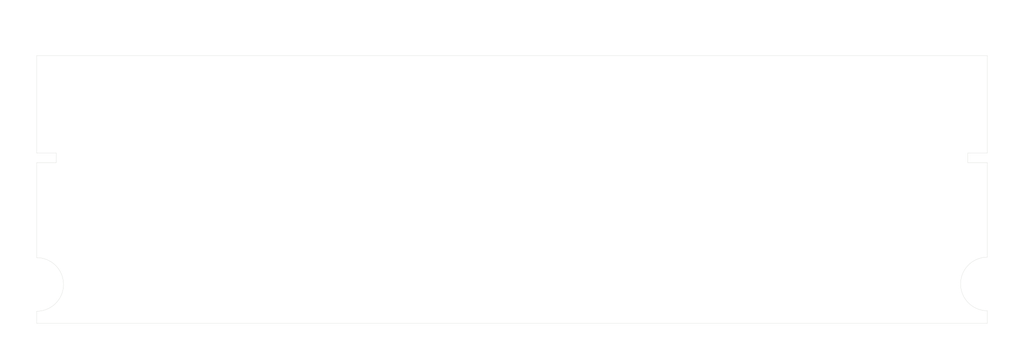
<source format=kicad_pcb>
(kicad_pcb
	(version 20240108)
	(generator "pcbnew")
	(generator_version "8.0")
	(general
		(thickness 1.6)
		(legacy_teardrops no)
	)
	(paper "A4")
	(layers
		(0 "F.Cu" signal)
		(31 "B.Cu" signal)
		(32 "B.Adhes" user "B.Adhesive")
		(33 "F.Adhes" user "F.Adhesive")
		(34 "B.Paste" user)
		(35 "F.Paste" user)
		(36 "B.SilkS" user "B.Silkscreen")
		(37 "F.SilkS" user "F.Silkscreen")
		(38 "B.Mask" user)
		(39 "F.Mask" user)
		(40 "Dwgs.User" user "User.Drawings")
		(41 "Cmts.User" user "User.Comments")
		(42 "Eco1.User" user "User.Eco1")
		(43 "Eco2.User" user "User.Eco2")
		(44 "Edge.Cuts" user)
		(45 "Margin" user)
		(46 "B.CrtYd" user "B.Courtyard")
		(47 "F.CrtYd" user "F.Courtyard")
		(48 "B.Fab" user)
		(49 "F.Fab" user)
		(50 "User.1" user)
		(51 "User.2" user)
		(52 "User.3" user)
		(53 "User.4" user)
		(54 "User.5" user)
		(55 "User.6" user)
		(56 "User.7" user)
		(57 "User.8" user)
		(58 "User.9" user)
	)
	(setup
		(pad_to_mask_clearance 0)
		(allow_soldermask_bridges_in_footprints no)
		(pcbplotparams
			(layerselection 0x00010fc_ffffffff)
			(plot_on_all_layers_selection 0x0000000_00000000)
			(disableapertmacros no)
			(usegerberextensions no)
			(usegerberattributes yes)
			(usegerberadvancedattributes yes)
			(creategerberjobfile yes)
			(dashed_line_dash_ratio 12.000000)
			(dashed_line_gap_ratio 3.000000)
			(svgprecision 4)
			(plotframeref no)
			(viasonmask no)
			(mode 1)
			(useauxorigin no)
			(hpglpennumber 1)
			(hpglpenspeed 20)
			(hpglpendiameter 15.000000)
			(pdf_front_fp_property_popups yes)
			(pdf_back_fp_property_popups yes)
			(dxfpolygonmode yes)
			(dxfimperialunits yes)
			(dxfusepcbnewfont yes)
			(psnegative no)
			(psa4output no)
			(plotreference yes)
			(plotvalue yes)
			(plotfptext yes)
			(plotinvisibletext no)
			(sketchpadsonfab no)
			(subtractmaskfromsilk no)
			(outputformat 1)
			(mirror no)
			(drillshape 1)
			(scaleselection 1)
			(outputdirectory "")
		)
	)
	(net 0 "")
	(gr_line
		(start 238.5 110.8)
		(end 242.5 110.8)
		(stroke
			(width 0.05)
			(type default)
		)
		(layer "Edge.Cuts")
		(uuid "0100036c-3cab-4c01-99c7-ffa07d3840b2")
	)
	(gr_line
		(start 242.5 143.8)
		(end 242.5 141.2)
		(stroke
			(width 0.05)
			(type default)
		)
		(layer "Edge.Cuts")
		(uuid "0735a774-2048-4515-b505-c1976a5824fd")
	)
	(gr_arc
		(start 47.5 130.3)
		(mid 53 135.8)
		(end 47.5 141.3)
		(stroke
			(width 0.05)
			(type default)
		)
		(layer "Edge.Cuts")
		(uuid "10752da9-98d4-4c69-9b60-ea33df38d045")
	)
	(gr_line
		(start 51.5 108.8)
		(end 51.5 110.8)
		(stroke
			(width 0.05)
			(type default)
		)
		(layer "Edge.Cuts")
		(uuid "13c438e4-3c63-477a-9258-fa60eefed97a")
	)
	(gr_line
		(start 47.5 143.8)
		(end 242.5 143.8)
		(stroke
			(width 0.05)
			(type default)
		)
		(layer "Edge.Cuts")
		(uuid "7aecd748-9bfd-47ac-a29c-41c81b282f94")
	)
	(gr_line
		(start 47.5 110.8)
		(end 47.5 130.3)
		(stroke
			(width 0.05)
			(type default)
		)
		(layer "Edge.Cuts")
		(uuid "84791ff0-a00b-4092-b91c-308662ed7d13")
	)
	(gr_line
		(start 47.5 110.8)
		(end 51.5 110.8)
		(stroke
			(width 0.05)
			(type default)
		)
		(layer "Edge.Cuts")
		(uuid "8d0bd2e4-36b0-46e1-9697-5d63f089edcc")
	)
	(gr_line
		(start 47.5 108.8)
		(end 51.5 108.8)
		(stroke
			(width 0.05)
			(type default)
		)
		(layer "Edge.Cuts")
		(uuid "92973cd3-cb63-468a-806c-47f2082b2275")
	)
	(gr_arc
		(start 242.5 141.2)
		(mid 237 135.7)
		(end 242.5 130.2)
		(stroke
			(width 0.05)
			(type default)
		)
		(layer "Edge.Cuts")
		(uuid "92a49133-f3ce-4d32-b483-eb327c737e5d")
	)
	(gr_line
		(start 242.5 110.8)
		(end 242.5 130.2)
		(stroke
			(width 0.05)
			(type default)
		)
		(layer "Edge.Cuts")
		(uuid "ad8278b5-2cee-4a11-8b45-648f6b5ac88c")
	)
	(gr_line
		(start 47.5 88.8)
		(end 242.5 88.8)
		(stroke
			(width 0.05)
			(type default)
		)
		(layer "Edge.Cuts")
		(uuid "b011f309-3406-47ee-94ea-ed96ac32b3c4")
	)
	(gr_line
		(start 238.5 108.8)
		(end 242.5 108.8)
		(stroke
			(width 0.05)
			(type default)
		)
		(layer "Edge.Cuts")
		(uuid "cc85969c-a2e6-4b72-868a-65dcb8a06814")
	)
	(gr_line
		(start 47.5 143.8)
		(end 47.5 141.3)
		(stroke
			(width 0.05)
			(type default)
		)
		(layer "Edge.Cuts")
		(uuid "d5645a2c-652e-48c0-a66a-83e1f13b1793")
	)
	(gr_line
		(start 242.5 108.8)
		(end 242.5 88.8)
		(stroke
			(width 0.05)
			(type default)
		)
		(layer "Edge.Cuts")
		(uuid "dd75c8ab-7c54-4656-8377-17f2eeffc187")
	)
	(gr_line
		(start 238.5 108.8)
		(end 238.5 110.8)
		(stroke
			(width 0.05)
			(type default)
		)
		(layer "Edge.Cuts")
		(uuid "ee3617dc-cd01-46b8-ac42-773f59953ba7")
	)
	(gr_line
		(start 47.5 108.8)
		(end 47.5 88.8)
		(stroke
			(width 0.05)
			(type default)
		)
		(layer "Edge.Cuts")
		(uuid "f0dab26d-70dd-4052-9508-6a8d261b1360")
	)
	(gr_circle
		(center 217.599999 132.698967)
		(end 211.6 132.698967)
		(stroke
			(width 0.1)
			(type default)
		)
		(fill none)
		(layer "User.1")
		(uuid "02d92440-bd09-4cf5-a109-355dece76307")
	)
	(gr_circle
		(center 226 82.398967)
		(end 228.1 82.398967)
		(stroke
			(width 0.05)
			(type default)
		)
		(fill none)
		(layer "User.1")
		(uuid "0dba0b2a-0307-44f1-ad76-9ac53ecd40c9")
	)
	(gr_circle
		(center 186.1 103.298967)
		(end 192.1 103.298967)
		(stroke
			(width 0.1)
			(type default)
		)
		(fill none)
		(layer "User.1")
		(uuid "14559207-7738-469f-a222-57b88860a461")
	)
	(gr_line
		(start 77.6 116.798967)
		(end 60.6 116.798967)
		(stroke
			(width 0.05)
			(type default)
		)
		(layer "User.1")
		(uuid "19a8edab-e1ca-4f5b-8e75-32a9c5ca139c")
	)
	(gr_line
		(start 106 125.398967)
		(end 106 140.398967)
		(stroke
			(width 0.05)
			(type default)
		)
		(layer "User.1")
		(uuid "2053dab2-9883-4d6d-8128-d066b61d9aad")
	)
	(gr_circle
		(center 54.25 111.798967)
		(end 60.25 111.798967)
		(stroke
			(width 0.1)
			(type default)
		)
		(fill none)
		(layer "User.1")
		(uuid "21506787-3d3e-4497-9f1f-efc78270c849")
	)
	(gr_line
		(start 242.3 117.598967)
		(end 240.35 121.498967)
		(stroke
			(width 0.05)
			(type default)
		)
		(layer "User.1")
		(uuid "21f2fe3a-2f0a-4837-b37d-2682a32c3383")
	)
	(gr_line
		(start 226.000001 82.398967)
		(end 226.000001 77.398967)
		(stroke
			(width 0.05)
			(type default)
		)
		(layer "User.1")
		(uuid "29f417e5-4c41-44e3-b8b2-cdaabc31ea06")
	)
	(gr_line
		(start 47.4 135.698967)
		(end 47.421251 82.370064)
		(stroke
			(width 0.05)
			(type default)
		)
		(layer "User.1")
		(uuid "2ccce9ce-ac65-4e8f-a1f9-b54f9f40813a")
	)
	(gr_line
		(start 60.6 125.398967)
		(end 229.6 125.398967)
		(stroke
			(width 0.05)
			(type default)
		)
		(layer "User.1")
		(uuid "335dc63a-66a3-4232-9d1c-906ae8d1074b")
	)
	(gr_circle
		(center 86.2 132.698967)
		(end 80.2 132.698967)
		(stroke
			(width 0.1)
			(type default)
		)
		(fill none)
		(layer "User.1")
		(uuid "41368446-2220-4e01-8119-8876ea7d37cf")
	)
	(gr_circle
		(center 115.399999 132.698967)
		(end 109.399999 132.698967)
		(stroke
			(width 0.1)
			(type default)
		)
		(fill none)
		(layer "User.1")
		(uuid "41c0f68c-472c-442d-a884-977a42a1e4dd")
	)
	(gr_circle
		(center 104.1 103.298967)
		(end 110.1 103.298967)
		(stroke
			(width 0.1)
			(type default)
		)
		(fill none)
		(layer "User.1")
		(uuid "480e56e0-4503-413a-b5f3-b4d3eacf33e0")
	)
	(gr_circle
		(center 235.95 97.498967)
		(end 241.95 97.498967)
		(stroke
			(width 0.1)
			(type default)
		)
		(fill none)
		(layer "User.1")
		(uuid "4d17efe1-4272-4138-8155-86f805aff378")
	)
	(gr_line
		(start 242.6 135.698967)
		(end 242.621251 82.370064)
		(stroke
			(width 0.05)
			(type default)
		)
		(layer "User.1")
		(uuid "5256bc5b-1e51-4b5c-b21e-a836373eb1af")
	)
	(gr_line
		(start 172 125.398967)
		(end 172 140.398967)
		(stroke
			(width 0.05)
			(type default)
		)
		(layer "User.1")
		(uuid "529f601c-3586-4650-94ac-a9774a98c181")
	)
	(gr_line
		(start 60.6 89.798967)
		(end 60.6 121.498967)
		(stroke
			(width 0.05)
			(type default)
		)
		(layer "User.1")
		(uuid "54c8f0e6-efbd-47a5-b782-202ed4a78ec3")
	)
	(gr_line
		(start 64 77.398967)
		(end 64 82.398967)
		(stroke
			(width 0.05)
			(type default)
		)
		(layer "User.1")
		(uuid "569b5d88-d4da-4ad6-9f9b-464f7c8e59c2")
	)
	(gr_line
		(start 77.6 89.798967)
		(end 77.6 116.798967)
		(stroke
			(width 0.05)
			(type default)
		)
		(layer "User.1")
		(uuid "57717c95-9339-45c0-99b7-a3fb975c21e3")
	)
	(gr_circle
		(center 151.3 97.398967)
		(end 152.6 97.398967)
		(stroke
			(width 0.1)
			(type default)
		)
		(fill none)
		(layer "User.1")
		(uuid "59be8235-a0cd-440d-80e0-501f266560b3")
	)
	(gr_line
		(start 242.6 135.698967)
		(end 242.6 147.398967)
		(stroke
			(width 0.05)
			(type default)
		)
		(layer "User.1")
		(uuid "59cbfdec-59fd-49f7-ac36-a75284ba5df0")
	)
	(gr_circle
		(center 203 132.698967)
		(end 197 132.698967)
		(stroke
			(width 0.1)
			(type default)
		)
		(fill none)
		(layer "User.1")
		(uuid "5e086d1f-8fe2-4247-ba54-ad12129a6e4b")
	)
	(gr_line
		(start 226 82.398967)
		(end 249.999998 82.398967)
		(stroke
			(width 0.05)
			(type default)
		)
		(layer "User.1")
		(uuid "5ed1264f-07c4-42a3-90be-9b31d5d0366c")
	)
	(gr_circle
		(center 145.1 103.298967)
		(end 151.1 103.298967)
		(stroke
			(width 0.1)
			(type default)
		)
		(fill none)
		(layer "User.1")
		(uuid "6124fba0-dad1-4a3a-a425-ed316b929f08")
	)
	(gr_line
		(start 64 82.398967)
		(end 226.000001 82.398967)
		(stroke
			(width 0.05)
			(type default)
		)
		(layer "User.1")
		(uuid "653d1359-fb4b-4a29-b203-39d9b68f66ab")
	)
	(gr_line
		(start 60.6 121.498967)
		(end 49.85 121.498967)
		(stroke
			(width 0.05)
			(type default)
		)
		(layer "User.1")
		(uuid "67e579da-01b0-4c72-8048-a625b75afbc8")
	)
	(gr_line
		(start 77.6 89.798967)
		(end 60.6 89.798967)
		(stroke
			(width 0.05)
			(type default)
		)
		(layer "User.1")
		(uuid "6af8e03d-8a6b-4d62-8f29-c71bc011022a")
	)
	(gr_line
		(start 40 135.698967)
		(end 47.4 135.7)
		(stroke
			(width 0.05)
			(type default)
		)
		(layer "User.1")
		(uuid "6c6fb552-a66a-47cf-8fb2-a9bcc43d8f72")
	)
	(gr_line
		(start 47.9 89.798967)
		(end 47.9 117.598967)
		(stroke
			(width 0.05)
			(type default)
		)
		(layer "User.1")
		(uuid "6e043a5e-14ce-479f-8bbb-1a1a429f9593")
	)
	(gr_circle
		(center 71.6 132.698967)
		(end 77.6 132.698967)
		(stroke
			(width 0.1)
			(type default)
		)
		(fill none)
		(layer "User.1")
		(uuid "6e575363-1eae-4fab-a0c7-90891fd6b517")
	)
	(gr_line
		(start 40 147.398967)
		(end 250 147.398967)
		(stroke
			(width 0.05)
			(type default)
		)
		(layer "User.1")
		(uuid "6f7d49f9-89a1-4a42-aa18-8108a84711f2")
	)
	(gr_circle
		(center 100.799999 132.698967)
		(end 106.799998 132.698967)
		(stroke
			(width 0.1)
			(type default)
		)
		(fill none)
		(layer "User.1")
		(uuid "7255c2c4-3ce6-4b55-9483-e49b6c3f19c2")
	)
	(gr_circle
		(center 235.95 111.798967)
		(end 241.95 111.798967)
		(stroke
			(width 0.1)
			(type default)
		)
		(fill none)
		(layer "User.1")
		(uuid "76012c37-2a69-438b-961d-3144d520eccd")
	)
	(gr_circle
		(center 47.4 135.7)
		(end 49.5 135.7)
		(stroke
			(width 0.05)
			(type default)
		)
		(fill none)
		(layer "User.1")
		(uuid "782c9a90-8f75-4074-bea0-1ef353d913e4")
	)
	(gr_line
		(start 60.6 89.798967)
		(end 47.9 89.798967)
		(stroke
			(width 0.05)
			(type default)
		)
		(layer "User.1")
		(uuid "78aa8010-9412-478a-837c-8f3f93a998e5")
	)
	(gr_circle
		(center 159.199998 132.698967)
		(end 165.199998 132.698967)
		(stroke
			(width 0.1)
			(type default)
		)
		(fill none)
		(layer "User.1")
		(uuid "7c161cca-9525-4d77-8875-ee45d5f46c55")
	)
	(gr_line
		(start 47.4 135.698967)
		(end 242.6 135.698967)
		(stroke
			(width 0.05)
			(type default)
		)
		(layer "User.1")
		(uuid "7d3619e6-c428-41cf-ad77-574dd2d2ed45")
	)
	(gr_line
		(start 242.3 89.798967)
		(end 242.3 117.598967)
		(stroke
			(width 0.05)
			(type default)
		)
		(layer "User.1")
		(uuid "7df0295c-ed38-487e-b1a9-fe31988ae89e")
	)
	(gr_circle
		(center 129.999999 132.698967)
		(end 135.999998 132.698967)
		(stroke
			(width 0.1)
			(type default)
		)
		(fill none)
		(layer "User.1")
		(uuid "7ea15a5b-b40c-4e39-b117-a9e0a5518665")
	)
	(gr_line
		(start 47.9 117.598967)
		(end 49.85 121.498967)
		(stroke
			(width 0.05)
			(type default)
		)
		(layer "User.1")
		(uuid "83ace98e-3f83-4bc1-bd5e-698081e73a9b")
	)
	(gr_line
		(start 212.6 89.798967)
		(end 212.6 116.798967)
		(stroke
			(width 0.05)
			(type default)
		)
		(layer "User.1")
		(uuid "84b199fc-f07e-45b1-8837-88a5ce3bf85c")
	)
	(gr_line
		(start 77.6 103.298967)
		(end 212.6 103.298967)
		(stroke
			(width 0.02)
			(type default)
		)
		(layer "User.1")
		(uuid "86a22918-0ea8-4f6a-a980-91906f5845a4")
	)
	(gr_line
		(start 229.6 116.798967)
		(end 212.6 116.798967)
		(stroke
			(width 0.05)
			(type default)
		)
		(layer "User.1")
		(uuid "86dbcd39-ee9e-4775-a61b-c007d9ec02a5")
	)
	(gr_line
		(start 103.6 125.398967)
		(end 103.6 140.398967)
		(stroke
			(width 0.05)
			(type default)
		)
		(layer "User.1")
		(uuid "91df37a8-7a3e-49a4-b6a8-8232f4960823")
	)
	(gr_line
		(start 229.6 89.798967)
		(end 229.6 121.498967)
		(stroke
			(width 0.05)
			(type default)
		)
		(layer "User.1")
		(uuid "963abce4-7bbb-479a-aa11-da79103d1972")
	)
	(gr_line
		(start 64 82.398967)
		(end 64.021251 135.670064)
		(stroke
			(width 0.05)
			(type default)
		)
		(layer "User.1")
		(uuid "9a25c08d-5aa1-479d-8ae7-7e0a6663245a")
	)
	(gr_line
		(start 242.3 89.798967)
		(end 229.6 89.798967)
		(stroke
			(width 0.05)
			(type default)
		)
		(layer "User.1")
		(uuid "9f3ef689-0650-45bc-85dd-7385782fc4f1")
	)
	(gr_circle
		(center 144.599999 132.698967)
		(end 150.599998 132.698967)
		(stroke
			(width 0.1)
			(type default)
		)
		(fill none)
		(layer "User.1")
		(uuid "a26fd596-a439-442c-a099-1d33781c6b0c")
	)
	(gr_line
		(start 77.6 89.798967)
		(end 212.6 89.798967)
		(stroke
			(width 0.05)
			(type default)
		)
		(layer "User.1")
		(uuid "a2ac9bee-c5fa-48a3-8c14-b24db84a0dc4")
	)
	(gr_circle
		(center 188.4 132.698967)
		(end 182.4 132.698967)
		(stroke
			(width 0.1)
			(type default)
		)
		(fill none)
		(layer "User.1")
		(uuid "a32178c2-d3d8-4c16-a4f6-382e13150ed1")
	)
	(gr_line
		(start 229.6 89.798967)
		(end 229.6 116.798967)
		(stroke
			(width 0.05)
			(type default)
		)
		(layer "User.1")
		(uuid "afa3e486-95cb-4ca9-9b6a-66e3888bd46f")
	)
	(gr_line
		(start 47.4 135.698967)
		(end 47.4 147.398967)
		(stroke
			(width 0.05)
			(type default)
		)
		(layer "User.1")
		(uuid "b21782a8-3711-4049-87f8-b6fae0ce4878")
	)
	(gr_line
		(start 250 77.398967)
		(end 40 77.398967)
		(stroke
			(width 0.05)
			(type default)
		)
		(layer "User.1")
		(uuid "b516f1cf-bfcd-455d-bd2f-e7aa779eaaae")
	)
	(gr_line
		(start 64 82.398967)
		(end 40 82.398967)
		(stroke
			(width 0.05)
			(type default)
		)
		(layer "User.1")
		(uuid "b78ec5cd-8482-4ba1-8e36-74d2e7c7ed77")
	)
	(gr_line
		(start 60.6 140.398967)
		(end 229.6 140.398967)
		(stroke
			(width 0.05)
			(type default)
		)
		(layer "User.1")
		(uuid "b87649fc-bd26-4f20-af2a-a2b0cebdd9e0")
	)
	(gr_line
		(start 226 82.398967)
		(end 226.021251 135.670064)
		(stroke
			(width 0.05)
			(type default)
		)
		(layer "User.1")
		(uuid "b8e62402-9ee5-4bf1-b5e9-192ca14195bd")
	)
	(gr_circle
		(center 173.799998 132.698967)
		(end 179.799998 132.698967)
		(stroke
			(width 0.1)
			(type default)
		)
		(fill none)
		(layer "User.1")
		(uuid "c99f72d1-2941-4166-bc5b-d5d438a662e9")
	)
	(gr_line
		(start 77.6 116.798967)
		(end 212.6 116.798967)
		(stroke
			(width 0.05)
			(type default)
		)
		(layer "User.1")
		(uuid "ce1cf4bc-5d14-4d5a-9e39-dbd0bc1c0223")
	)
	(gr_circle
		(center 138.9 97.398967)
		(end 140.2 97.398967)
		(stroke
			(width 0.1)
			(type default)
		)
		(fill none)
		(layer "User.1")
		(uuid "d4b543fe-e1c4-4753-9d2b-1e224435262a")
	)
	(gr_line
		(start 174.4 125.398967)
		(end 174.4 140.398967)
		(stroke
			(width 0.05)
			(type default)
		)
		(layer "User.1")
		(uuid "d53ca666-f7a0-4a69-a4a5-4f9ddfdb729b")
	)
	(gr_circle
		(center 64 82.398967)
		(end 66.1 82.398967)
		(stroke
			(width 0.05)
			(type default)
		)
		(fill none)
		(layer "User.1")
		(uuid "e72b29d6-2166-4c96-a504-0cc2b48d053c")
	)
	(gr_circle
		(center 242.6 135.698967)
		(end 244.7 135.698967)
		(stroke
			(width 0.05)
			(type default)
		)
		(fill none)
		(layer "User.1")
		(uuid "e7cd08fe-b8a9-46be-b045-f94f897c05ec")
	)
	(gr_line
		(start 212.6 89.798967)
		(end 229.6 89.798967)
		(stroke
			(width 0.05)
			(type default)
		)
		(layer "User.1")
		(uuid "ee704533-a076-4010-84df-7fd3b562d85b")
	)
	(gr_line
		(start 60.6 89.798967)
		(end 60.6 116.798967)
		(stroke
			(width 0.05)
			(type default)
		)
		(layer "User.1")
		(uuid "ee8a5895-c17a-4c28-add1-a172ca6a90ea")
	)
	(gr_line
		(start 40 77.398967)
		(end 40 147.398967)
		(stroke
			(width 0.05)
			(type default)
		)
		(layer "User.1")
		(uuid "f51ed741-c26a-4342-ab3b-61b5cddfb299")
	)
	(gr_line
		(start 240.35 121.498967)
		(end 229.6 121.498967)
		(stroke
			(width 0.05)
			(type default)
		)
		(layer "User.1")
		(uuid "f7bd0665-3db0-497b-aac9-b5ad2e412252")
	)
	(gr_circle
		(center 54.25 97.498967)
		(end 48.25 97.498967)
		(stroke
			(width 0.1)
			(type default)
		)
		(fill none)
		(layer "User.1")
		(uuid "fc9f030b-766f-49ce-95f1-4b117fbf7634")
	)
	(gr_line
		(start 250 147.398967)
		(end 250 77.398967)
		(stroke
			(width 0.05)
			(type default)
		)
		(layer "User.1")
		(uuid "fe1a471e-e884-4002-9d48-1d4777e12c6d")
	)
	(gr_line
		(start 242.6 135.69845)
		(end 250 135.699483)
		(stroke
			(width 0.05)
			(type default)
		)
		(layer "User.1")
		(uuid "fe5b342d-ce5e-45b4-a91e-52117f6ac78f")
	)
	(gr_line
		(start 229.6 121.498967)
		(end 229.6 140.198967)
		(stroke
			(width 0.1)
			(type default)
		)
		(layer "User.2")
		(uuid "0fb3cb81-ff10-4f69-8439-085779bc8b66")
	)
	(gr_line
		(start 60.6 121.498967)
		(end 60.6 140.398967)
		(stroke
			(width 0.1)
			(type default)
		)
		(layer "User.2")
		(uuid "696126f2-7047-4117-9041-1c15c11cfa2d")
	)
	(zone
		(net 0)
		(net_name "")
		(layer "User.1")
		(uuid "565a9882-7d54-4a98-bca9-caf26351b736")
		(hatch edge 0.5)
		(connect_pads
			(clearance 0.5)
		)
		(min_thickness 0.25)
		(filled_areas_thickness no)
		(fill yes
			(thermal_gap 0.5)
			(thermal_bridge_width 0.5)
		)
		(polygon
			(pts
				(xy 172 125.398967) (xy 174.4 125.398967) (xy 174.4 140.398967) (xy 172 140.398967)
			)
		)
		(filled_polygon
			(layer "User.1")
			(island)
			(pts
				(xy 174.411979 125.151349) (xy 174.422034 125.153349) (xy 174.483946 125.185734) (xy 174.51852 125.24645)
				(xy 174.514781 125.316219) (xy 174.473915 125.372891) (xy 174.408897 125.398473) (xy 174.4001 125.398866)
				(xy 174.4 125.398967) (xy 174.4 140.274967) (xy 174.380315 140.342006) (xy 174.327511 140.387761)
				(xy 174.276 140.398967) (xy 172.124 140.398967) (xy 172.056961 140.379282) (xy 172.011206 140.326478)
				(xy 172 140.274967) (xy 172 125.398967) (xy 171.999103 125.39807) (xy 171.935117 125.379282) (xy 171.889362 125.326478)
				(xy 171.879418 125.25732) (xy 171.908443 125.193764) (xy 171.967221 125.15599) (xy 171.977966 125.153349)
				(xy 171.988021 125.151349) (xy 172.012211 125.148967) (xy 174.387789 125.148967)
			)
		)
	)
	(zone
		(net 0)
		(net_name "")
		(layer "User.1")
		(uuid "650bef1c-c92b-4a4f-8ffb-610fd848bedc")
		(hatch edge 0.5)
		(connect_pads
			(clearance 0.5)
		)
		(min_thickness 0.25)
		(filled_areas_thickness no)
		(fill yes
			(thermal_gap 0.5)
			(thermal_bridge_width 0.5)
		)
		(polygon
			(pts
				(xy 60.6 89.798967) (xy 77.6 89.798967) (xy 77.6 116.798967) (xy 60.6 116.798967)
			)
		)
		(filled_polygon
			(layer "User.1")
			(island)
			(pts
				(xy 77.543039 89.818652) (xy 77.588794 89.871456) (xy 77.6 89.922967) (xy 77.6 116.798967) (xy 77.600896 116.799863)
				(xy 77.664883 116.818652) (xy 77.710638 116.871456) (xy 77.720582 116.940614) (xy 77.691557 117.00417)
				(xy 77.632779 117.041944) (xy 77.622034 117.044585) (xy 77.611979 117.046585) (xy 77.587789 117.048967)
				(xy 60.724 117.048967) (xy 60.656961 117.029282) (xy 60.611206 116.976478) (xy 60.6 116.924967)
				(xy 60.6 89.922967) (xy 60.619685 89.855928) (xy 60.672489 89.810173) (xy 60.724 89.798967) (xy 77.476 89.798967)
			)
		)
	)
	(zone
		(net 0)
		(net_name "")
		(layer "User.1")
		(uuid "655967e1-d8e6-4db7-adfa-b780ec1c8531")
		(hatch edge 0.5)
		(connect_pads
			(clearance 0.5)
		)
		(min_thickness 0.25)
		(filled_areas_thickness no)
		(fill yes
			(thermal_gap 0.5)
			(thermal_bridge_width 0.5)
		)
		(polygon
			(pts
				(xy 60.6 116.798967) (xy 229.6 116.798967) (xy 229.6 125.398967) (xy 60.6 125.398967)
			)
		)
		(filled_polygon
			(layer "User.1")
			(island)
			(pts
				(xy 77.543039 116.568652) (xy 77.588794 116.621456) (xy 77.6 116.672967) (xy 77.6 116.798967) (xy 212.6 116.798967)
				(xy 212.6 116.672967) (xy 212.619685 116.605928) (xy 212.672489 116.560173) (xy 212.724 116.548967)
				(xy 229.476 116.548967) (xy 229.543039 116.568652) (xy 229.588794 116.621456) (xy 229.6 116.672967)
				(xy 229.6 125.274967) (xy 229.580315 125.342006) (xy 229.527511 125.387761) (xy 229.476 125.398967)
				(xy 174.4 125.398967) (xy 174.4 125.524967) (xy 174.380315 125.592006) (xy 174.327511 125.637761)
				(xy 174.276 125.648967) (xy 172.124 125.648967) (xy 172.056961 125.629282) (xy 172.011206 125.576478)
				(xy 172 125.524967) (xy 172 125.398967) (xy 106 125.398967) (xy 106 125.524967) (xy 105.980315 125.592006)
				(xy 105.927511 125.637761) (xy 105.876 125.648967) (xy 103.724 125.648967) (xy 103.656961 125.629282)
				(xy 103.611206 125.576478) (xy 103.6 125.524967) (xy 103.6 125.398967) (xy 60.724 125.398967) (xy 60.656961 125.379282)
				(xy 60.611206 125.326478) (xy 60.6 125.274967) (xy 60.6 116.672967) (xy 60.619685 116.605928) (xy 60.672489 116.560173)
				(xy 60.724 116.548967) (xy 77.476 116.548967)
			)
		)
	)
	(zone
		(net 0)
		(net_name "")
		(layer "User.1")
		(uuid "6a338524-466e-41d7-9933-0bb2b3572c22")
		(hatch edge 0.5)
		(connect_pads
			(clearance 0.5)
		)
		(min_thickness 0.25)
		(filled_areas_thickness no)
		(fill yes
			(thermal_gap 0.5)
			(thermal_bridge_width 0.5)
		)
		(polygon
			(pts
				(xy 212.6 89.798967) (xy 229.6 89.798967) (xy 229.6 116.798967) (xy 212.6 116.798967)
			)
		)
		(filled_polygon
			(layer "User.1")
			(island)
			(pts
				(xy 229.543039 89.818652) (xy 229.588794 89.871456) (xy 229.6 89.922967) (xy 229.6 116.924967) (xy 229.580315 116.992006)
				(xy 229.527511 117.037761) (xy 229.476 117.048967) (xy 212.612211 117.048967) (xy 212.588021 117.046585)
				(xy 212.577966 117.044585) (xy 212.516054 117.0122) (xy 212.48148 116.951484) (xy 212.485219 116.881715)
				(xy 212.526085 116.825043) (xy 212.591103 116.799461) (xy 212.599899 116.799067) (xy 212.6 116.798967)
				(xy 212.6 89.922967) (xy 212.619685 89.855928) (xy 212.672489 89.810173) (xy 212.724 89.798967)
				(xy 229.476 89.798967)
			)
		)
	)
	(zone
		(net 0)
		(net_name "")
		(layer "User.1")
		(uuid "e4c92640-a59b-4d21-b4b6-5cc11c66c8fa")
		(hatch edge 0.5)
		(connect_pads
			(clearance 0.5)
		)
		(min_thickness 0.25)
		(filled_areas_thickness no)
		(fill yes
			(thermal_gap 0.5)
			(thermal_bridge_width 0.5)
		)
		(polygon
			(pts
				(xy 103.6 125.398967) (xy 106 125.398967) (xy 106 140.398967) (xy 103.6 140.398967)
			)
		)
		(filled_polygon
			(layer "User.1")
			(island)
			(pts
				(xy 106.011979 125.151349) (xy 106.022034 125.153349) (xy 106.083946 125.185734) (xy 106.11852 125.24645)
				(xy 106.114781 125.316219) (xy 106.073915 125.372891) (xy 106.008897 125.398473) (xy 106.0001 125.398866)
				(xy 106 125.398967) (xy 106 140.274967) (xy 105.980315 140.342006) (xy 105.927511 140.387761) (xy 105.876 140.398967)
				(xy 103.724 140.398967) (xy 103.656961 140.379282) (xy 103.611206 140.326478) (xy 103.6 140.274967)
				(xy 103.6 125.398967) (xy 103.599103 125.39807) (xy 103.535117 125.379282) (xy 103.489362 125.326478)
				(xy 103.479418 125.25732) (xy 103.508443 125.193764) (xy 103.567221 125.15599) (xy 103.577966 125.153349)
				(xy 103.588021 125.151349) (xy 103.612211 125.148967) (xy 105.987789 125.148967)
			)
		)
	)
)

</source>
